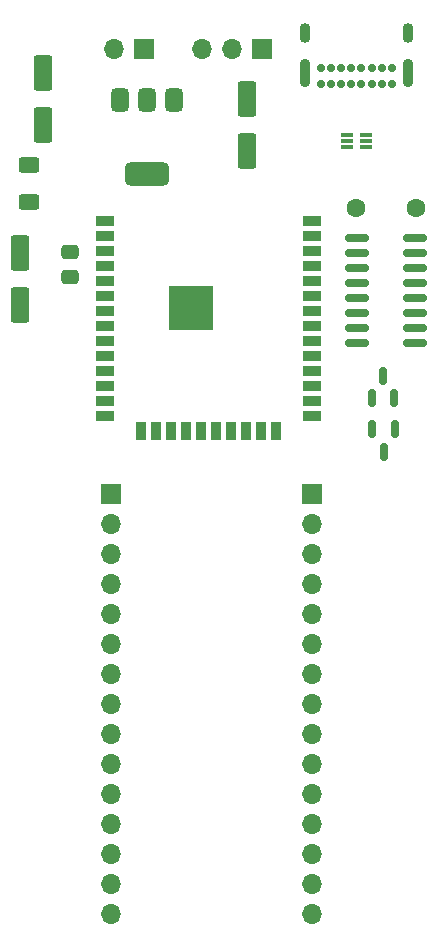
<source format=gbr>
%TF.GenerationSoftware,KiCad,Pcbnew,8.99.0-unknown-e6b739776e~181~ubuntu24.04.1*%
%TF.CreationDate,2024-12-30T21:47:43+01:00*%
%TF.ProjectId,Spinne_Werkstatt,5370696e-6e65-45f5-9765-726b73746174,rev?*%
%TF.SameCoordinates,Original*%
%TF.FileFunction,Soldermask,Top*%
%TF.FilePolarity,Negative*%
%FSLAX46Y46*%
G04 Gerber Fmt 4.6, Leading zero omitted, Abs format (unit mm)*
G04 Created by KiCad (PCBNEW 8.99.0-unknown-e6b739776e~181~ubuntu24.04.1) date 2024-12-30 21:47:43*
%MOMM*%
%LPD*%
G01*
G04 APERTURE LIST*
G04 Aperture macros list*
%AMRoundRect*
0 Rectangle with rounded corners*
0 $1 Rounding radius*
0 $2 $3 $4 $5 $6 $7 $8 $9 X,Y pos of 4 corners*
0 Add a 4 corners polygon primitive as box body*
4,1,4,$2,$3,$4,$5,$6,$7,$8,$9,$2,$3,0*
0 Add four circle primitives for the rounded corners*
1,1,$1+$1,$2,$3*
1,1,$1+$1,$4,$5*
1,1,$1+$1,$6,$7*
1,1,$1+$1,$8,$9*
0 Add four rect primitives between the rounded corners*
20,1,$1+$1,$2,$3,$4,$5,0*
20,1,$1+$1,$4,$5,$6,$7,0*
20,1,$1+$1,$6,$7,$8,$9,0*
20,1,$1+$1,$8,$9,$2,$3,0*%
G04 Aperture macros list end*
%ADD10RoundRect,0.250000X-0.625000X0.400000X-0.625000X-0.400000X0.625000X-0.400000X0.625000X0.400000X0*%
%ADD11RoundRect,0.250000X0.550000X-1.250000X0.550000X1.250000X-0.550000X1.250000X-0.550000X-1.250000X0*%
%ADD12RoundRect,0.250000X-0.475000X0.337500X-0.475000X-0.337500X0.475000X-0.337500X0.475000X0.337500X0*%
%ADD13RoundRect,0.250000X-0.550000X1.250000X-0.550000X-1.250000X0.550000X-1.250000X0.550000X1.250000X0*%
%ADD14C,0.700000*%
%ADD15O,0.900000X2.400000*%
%ADD16O,0.900000X1.700000*%
%ADD17R,0.990000X0.300000*%
%ADD18RoundRect,0.150000X-0.825000X-0.150000X0.825000X-0.150000X0.825000X0.150000X-0.825000X0.150000X0*%
%ADD19RoundRect,0.150000X-0.150000X0.587500X-0.150000X-0.587500X0.150000X-0.587500X0.150000X0.587500X0*%
%ADD20RoundRect,0.375000X-0.375000X0.625000X-0.375000X-0.625000X0.375000X-0.625000X0.375000X0.625000X0*%
%ADD21RoundRect,0.500000X-1.400000X0.500000X-1.400000X-0.500000X1.400000X-0.500000X1.400000X0.500000X0*%
%ADD22RoundRect,0.150000X0.150000X-0.587500X0.150000X0.587500X-0.150000X0.587500X-0.150000X-0.587500X0*%
%ADD23O,1.700000X1.700000*%
%ADD24R,1.700000X1.700000*%
%ADD25C,1.600000*%
%ADD26R,1.500000X0.900000*%
%ADD27R,0.900000X1.500000*%
%ADD28C,0.600000*%
%ADD29R,3.800000X3.800000*%
G04 APERTURE END LIST*
D10*
%TO.C,ESP_EN_R1*%
X124000000Y-49650000D03*
X124000000Y-52750000D03*
%TD*%
D11*
%TO.C,C_3.3V1*%
X125250000Y-46200000D03*
X125250000Y-41800000D03*
%TD*%
D12*
%TO.C,C_ESP2*%
X127500000Y-57000000D03*
X127500000Y-59075000D03*
%TD*%
D13*
%TO.C,C_ESP1*%
X123250000Y-57050000D03*
X123250000Y-61450000D03*
%TD*%
D14*
%TO.C,USB-C1*%
X154725000Y-42775000D03*
X153875000Y-42775000D03*
X153025000Y-42775000D03*
X152175000Y-42775000D03*
X151325000Y-42775000D03*
X150475000Y-42775000D03*
X149625000Y-42775000D03*
X148775000Y-42775000D03*
X148775000Y-41425000D03*
X149625000Y-41425000D03*
X150475000Y-41425000D03*
X151325000Y-41425000D03*
X152175000Y-41425000D03*
X153025000Y-41425000D03*
X153875000Y-41425000D03*
X154725000Y-41425000D03*
D15*
X156075000Y-41795000D03*
D16*
X156075000Y-38415000D03*
D15*
X147425000Y-41795000D03*
D16*
X147425000Y-38415000D03*
%TD*%
D17*
%TO.C,D1*%
X152555000Y-48055000D03*
X152555000Y-47555000D03*
X152555000Y-47055000D03*
X150945000Y-47055000D03*
X150945000Y-47555000D03*
X150945000Y-48055000D03*
%TD*%
D18*
%TO.C,U2*%
X151775000Y-55805000D03*
X151775000Y-57075000D03*
X151775000Y-58345000D03*
X151775000Y-59615000D03*
X151775000Y-60885000D03*
X151775000Y-62155000D03*
X151775000Y-63425000D03*
X151775000Y-64695000D03*
X156725000Y-64695000D03*
X156725000Y-63425000D03*
X156725000Y-62155000D03*
X156725000Y-60885000D03*
X156725000Y-59615000D03*
X156725000Y-58345000D03*
X156725000Y-57075000D03*
X156725000Y-55805000D03*
%TD*%
D19*
%TO.C,Q2*%
X155000000Y-72000000D03*
X153100000Y-72000000D03*
X154050000Y-73875000D03*
%TD*%
D20*
%TO.C,Spannungsregler1*%
X136300000Y-44100000D03*
X134000000Y-44100000D03*
D21*
X134000000Y-50400000D03*
D20*
X131700000Y-44100000D03*
%TD*%
D22*
%TO.C,Q1*%
X153050000Y-69375000D03*
X154950000Y-69375000D03*
X154000000Y-67500000D03*
%TD*%
D23*
%TO.C,J1*%
X131235000Y-39750000D03*
D24*
X133775000Y-39750000D03*
%TD*%
%TO.C,J3*%
X143750000Y-39750000D03*
D23*
X141210000Y-39750000D03*
X138670000Y-39750000D03*
%TD*%
D25*
%TO.C,C_USB_UART1*%
X156750000Y-53250000D03*
X151750000Y-53250000D03*
%TD*%
D13*
%TO.C,C_5V1*%
X142500000Y-44000000D03*
X142500000Y-48400000D03*
%TD*%
D23*
%TO.C,esp_right1*%
X148000000Y-113060000D03*
X148000000Y-110520000D03*
X148000000Y-107980000D03*
X148000000Y-105440000D03*
X148000000Y-102900000D03*
X148000000Y-100360000D03*
X148000000Y-97820000D03*
X148000000Y-95280000D03*
X148000000Y-92740000D03*
X148000000Y-90200000D03*
X148000000Y-87660000D03*
X148000000Y-85120000D03*
X148000000Y-82580000D03*
X148000000Y-80040000D03*
D24*
X148000000Y-77500000D03*
%TD*%
D23*
%TO.C,esp_left1*%
X131000000Y-113060000D03*
X131000000Y-110520000D03*
X131000000Y-107980000D03*
X131000000Y-105440000D03*
X131000000Y-102900000D03*
X131000000Y-100360000D03*
X131000000Y-97820000D03*
X131000000Y-95280000D03*
X131000000Y-92740000D03*
X131000000Y-90200000D03*
X131000000Y-87660000D03*
X131000000Y-85120000D03*
X131000000Y-82580000D03*
X131000000Y-80040000D03*
D24*
X131000000Y-77500000D03*
%TD*%
D26*
%TO.C,U1*%
X130500000Y-54340000D03*
X130500000Y-55610000D03*
X130500000Y-56880000D03*
X130500000Y-58150000D03*
X130500000Y-59420000D03*
X130500000Y-60690000D03*
X130500000Y-61960000D03*
X130500000Y-63230000D03*
X130500000Y-64500000D03*
X130500000Y-65770000D03*
X130500000Y-67040000D03*
X130500000Y-68310000D03*
X130500000Y-69580000D03*
X130500000Y-70850000D03*
D27*
X133535000Y-72100000D03*
X134805000Y-72100000D03*
X136075000Y-72100000D03*
X137345000Y-72100000D03*
X138615000Y-72100000D03*
X139885000Y-72100000D03*
X141155000Y-72100000D03*
X142425000Y-72100000D03*
X143695000Y-72100000D03*
X144965000Y-72100000D03*
D26*
X148000000Y-70850000D03*
X148000000Y-69580000D03*
X148000000Y-68310000D03*
X148000000Y-67040000D03*
X148000000Y-65770000D03*
X148000000Y-64500000D03*
X148000000Y-63230000D03*
X148000000Y-61960000D03*
X148000000Y-60690000D03*
X148000000Y-59420000D03*
X148000000Y-58150000D03*
X148000000Y-56880000D03*
X148000000Y-55610000D03*
X148000000Y-54340000D03*
D28*
X136350000Y-60980000D03*
X136350000Y-62380000D03*
X137050000Y-60280000D03*
X137050000Y-61680000D03*
X137050000Y-63080000D03*
X137750000Y-60980000D03*
D29*
X137750000Y-61680000D03*
D28*
X137750000Y-62380000D03*
X138450000Y-60280000D03*
X138450000Y-61680000D03*
X138450000Y-63080000D03*
X139150000Y-60980000D03*
X139150000Y-62380000D03*
%TD*%
M02*

</source>
